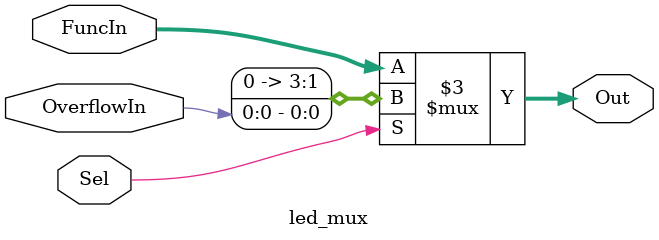
<source format=v>
`timescale 1ns / 1ps

module led_mux #(parameter WIDTH=4) (Out, Sel, FuncIn, OverflowIn); 

	input [WIDTH-1:0]  FuncIn;
	input OverflowIn;
	input Sel; //The selection line 
	output reg [3:0] Out; //The single 2-bit output line of the Mux 


	//This always statement check the state of the input lines 
	always @ (FuncIn or OverflowIn or Sel) begin 
		case (Sel) 
			1'b1 : Out = OverflowIn; 
			default : Out = FuncIn; 
			//If input is undefined then output is undefined 
		endcase 
	end  



endmodule
</source>
